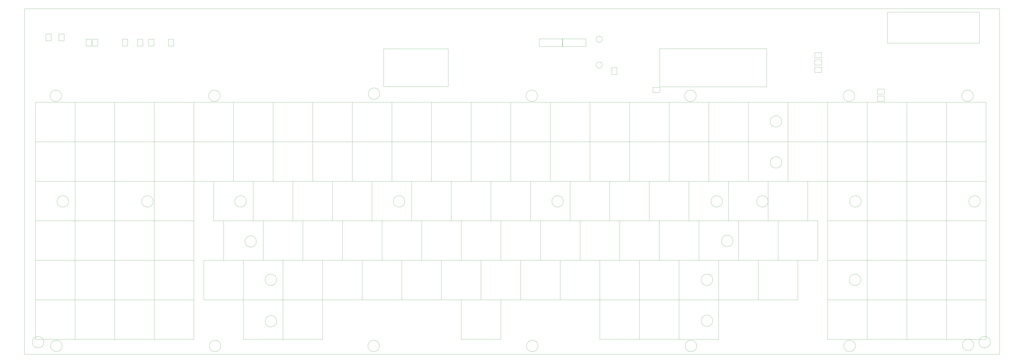
<source format=gbr>
%TF.GenerationSoftware,KiCad,Pcbnew,(6.0.5-0)*%
%TF.CreationDate,2022-06-05T23:28:28-04:00*%
%TF.ProjectId,SpaceCadet,53706163-6543-4616-9465-742e6b696361,rev?*%
%TF.SameCoordinates,Original*%
%TF.FileFunction,Other,User*%
%FSLAX46Y46*%
G04 Gerber Fmt 4.6, Leading zero omitted, Abs format (unit mm)*
G04 Created by KiCad (PCBNEW (6.0.5-0)) date 2022-06-05 23:28:28*
%MOMM*%
%LPD*%
G01*
G04 APERTURE LIST*
%TA.AperFunction,Profile*%
%ADD10C,0.100000*%
%TD*%
%ADD11C,0.050000*%
%ADD12C,0.120000*%
G04 APERTURE END LIST*
D10*
X64250000Y-81300000D02*
X533250000Y-81300000D01*
X533250000Y-81300000D02*
X533250000Y-247900000D01*
X533250000Y-247900000D02*
X64250000Y-247900000D01*
X64250000Y-247900000D02*
X64250000Y-81300000D01*
D11*
%TO.C,REF\u002A\u002A*%
X82350000Y-243900000D02*
G75*
G03*
X82350000Y-243900000I-2750000J0D01*
G01*
D12*
%TO.C,SW91*%
X469525000Y-183525000D02*
X450475000Y-183525000D01*
X450475000Y-183525000D02*
X450475000Y-202575000D01*
X450475000Y-202575000D02*
X469525000Y-202575000D01*
X469525000Y-202575000D02*
X469525000Y-183525000D01*
D11*
%TO.C,REF\u002A\u002A*%
X387300000Y-123300000D02*
G75*
G03*
X387300000Y-123300000I-2750000J0D01*
G01*
D12*
%TO.C,SW73*%
X107575000Y-183525000D02*
X88525000Y-183525000D01*
X88525000Y-183525000D02*
X88525000Y-202575000D01*
X88525000Y-202575000D02*
X107575000Y-202575000D01*
X107575000Y-202575000D02*
X107575000Y-183525000D01*
%TO.C,SW104*%
X264737500Y-202575000D02*
X245687500Y-202575000D01*
X245687500Y-202575000D02*
X245687500Y-221625000D01*
X245687500Y-221625000D02*
X264737500Y-221625000D01*
X264737500Y-221625000D02*
X264737500Y-202575000D01*
%TO.C,SW31*%
X202825000Y-145425000D02*
X183775000Y-145425000D01*
X183775000Y-145425000D02*
X183775000Y-164475000D01*
X183775000Y-164475000D02*
X202825000Y-164475000D01*
X202825000Y-164475000D02*
X202825000Y-145425000D01*
D11*
%TO.C,REF\u002A\u002A*%
X466500000Y-212000000D02*
G75*
G03*
X466500000Y-212000000I-2750000J0D01*
G01*
D12*
%TO.C,SW7*%
X202825000Y-126375000D02*
X183775000Y-126375000D01*
X183775000Y-126375000D02*
X183775000Y-145425000D01*
X183775000Y-145425000D02*
X202825000Y-145425000D01*
X202825000Y-145425000D02*
X202825000Y-126375000D01*
%TO.C,SW112*%
X417137500Y-202575000D02*
X398087500Y-202575000D01*
X398087500Y-202575000D02*
X398087500Y-221625000D01*
X398087500Y-221625000D02*
X417137500Y-221625000D01*
X417137500Y-221625000D02*
X417137500Y-202575000D01*
%TO.C,SW113*%
X436187500Y-202575000D02*
X417137500Y-202575000D01*
X417137500Y-202575000D02*
X417137500Y-221625000D01*
X417137500Y-221625000D02*
X436187500Y-221625000D01*
X436187500Y-221625000D02*
X436187500Y-202575000D01*
%TO.C,SW127*%
X507625000Y-221625000D02*
X488575000Y-221625000D01*
X488575000Y-221625000D02*
X488575000Y-240675000D01*
X488575000Y-240675000D02*
X507625000Y-240675000D01*
X507625000Y-240675000D02*
X507625000Y-221625000D01*
D11*
%TO.C,REF\u002A\u002A*%
X463550000Y-123300000D02*
G75*
G03*
X463550000Y-123300000I-2750000J0D01*
G01*
%TO.C,U2*%
X369753000Y-100553000D02*
X369753000Y-118903000D01*
X421203000Y-118903000D02*
X421203000Y-100553000D01*
X369753000Y-118903000D02*
X421203000Y-118903000D01*
X421203000Y-100553000D02*
X369753000Y-100553000D01*
D12*
%TO.C,SW1*%
X88525000Y-126375000D02*
X69475000Y-126375000D01*
X69475000Y-126375000D02*
X69475000Y-145425000D01*
X69475000Y-145425000D02*
X88525000Y-145425000D01*
X88525000Y-145425000D02*
X88525000Y-126375000D01*
%TO.C,SW10*%
X259975000Y-126375000D02*
X240925000Y-126375000D01*
X240925000Y-126375000D02*
X240925000Y-145425000D01*
X240925000Y-145425000D02*
X259975000Y-145425000D01*
X259975000Y-145425000D02*
X259975000Y-126375000D01*
D11*
%TO.C,REF\u002A\u002A*%
X170900000Y-174200000D02*
G75*
G03*
X170900000Y-174200000I-2750000J0D01*
G01*
D12*
%TO.C,SW59*%
X288550000Y-164475000D02*
X269500000Y-164475000D01*
X269500000Y-164475000D02*
X269500000Y-183525000D01*
X269500000Y-183525000D02*
X288550000Y-183525000D01*
X288550000Y-183525000D02*
X288550000Y-164475000D01*
D11*
%TO.C,J0*%
X479271000Y-97874000D02*
X523521000Y-97874000D01*
X479271000Y-82974000D02*
X479271000Y-97874000D01*
X523521000Y-97874000D02*
X523521000Y-82974000D01*
X523521000Y-82974000D02*
X479271000Y-82974000D01*
D12*
%TO.C,SW98*%
X145675000Y-202575000D02*
X126625000Y-202575000D01*
X126625000Y-202575000D02*
X126625000Y-221625000D01*
X126625000Y-221625000D02*
X145675000Y-221625000D01*
X145675000Y-221625000D02*
X145675000Y-202575000D01*
%TO.C,SW93*%
X507625000Y-183525000D02*
X488575000Y-183525000D01*
X488575000Y-183525000D02*
X488575000Y-202575000D01*
X488575000Y-202575000D02*
X507625000Y-202575000D01*
X507625000Y-202575000D02*
X507625000Y-183525000D01*
D11*
%TO.C,U1*%
X236951000Y-100628000D02*
X236951000Y-118828000D01*
X236951000Y-118828000D02*
X268001000Y-118828000D01*
X268001000Y-100628000D02*
X236951000Y-100628000D01*
X268001000Y-118828000D02*
X268001000Y-100628000D01*
%TO.C,REF\u002A\u002A*%
X82050000Y-123300000D02*
G75*
G03*
X82050000Y-123300000I-2750000J0D01*
G01*
X523950000Y-174200000D02*
G75*
G03*
X523950000Y-174200000I-2750000J0D01*
G01*
D12*
%TO.C,SW119*%
X107575000Y-221625000D02*
X88525000Y-221625000D01*
X88525000Y-221625000D02*
X88525000Y-240675000D01*
X88525000Y-240675000D02*
X107575000Y-240675000D01*
X107575000Y-240675000D02*
X107575000Y-221625000D01*
%TO.C,SW57*%
X250450000Y-164475000D02*
X231400000Y-164475000D01*
X231400000Y-164475000D02*
X231400000Y-183525000D01*
X231400000Y-183525000D02*
X250450000Y-183525000D01*
X250450000Y-183525000D02*
X250450000Y-164475000D01*
%TO.C,SW92*%
X488575000Y-183525000D02*
X469525000Y-183525000D01*
X469525000Y-183525000D02*
X469525000Y-202575000D01*
X469525000Y-202575000D02*
X488575000Y-202575000D01*
X488575000Y-202575000D02*
X488575000Y-183525000D01*
%TO.C,SW83*%
X312362500Y-183525000D02*
X293312500Y-183525000D01*
X293312500Y-183525000D02*
X293312500Y-202575000D01*
X293312500Y-202575000D02*
X312362500Y-202575000D01*
X312362500Y-202575000D02*
X312362500Y-183525000D01*
D11*
%TO.C,J3_2*%
X334266000Y-99463000D02*
X334266000Y-95863000D01*
X334266000Y-95863000D02*
X323066000Y-95863000D01*
X323066000Y-95863000D02*
X323066000Y-99463000D01*
X323066000Y-99463000D02*
X334266000Y-99463000D01*
D12*
%TO.C,SW97*%
X126625000Y-202575000D02*
X107575000Y-202575000D01*
X107575000Y-202575000D02*
X107575000Y-221625000D01*
X107575000Y-221625000D02*
X126625000Y-221625000D01*
X126625000Y-221625000D02*
X126625000Y-202575000D01*
%TO.C,SW76*%
X179012500Y-183525000D02*
X159962500Y-183525000D01*
X159962500Y-183525000D02*
X159962500Y-202575000D01*
X159962500Y-202575000D02*
X179012500Y-202575000D01*
X179012500Y-202575000D02*
X179012500Y-183525000D01*
%TO.C,SW110*%
X379037500Y-202575000D02*
X359987500Y-202575000D01*
X359987500Y-202575000D02*
X359987500Y-221625000D01*
X359987500Y-221625000D02*
X379037500Y-221625000D01*
X379037500Y-221625000D02*
X379037500Y-202575000D01*
D11*
%TO.C,REF\u002A\u002A*%
X421900000Y-174200000D02*
G75*
G03*
X421900000Y-174200000I-2750000J0D01*
G01*
D12*
%TO.C,SW128*%
X526675000Y-221625000D02*
X507625000Y-221625000D01*
X507625000Y-221625000D02*
X507625000Y-240675000D01*
X507625000Y-240675000D02*
X526675000Y-240675000D01*
X526675000Y-240675000D02*
X526675000Y-221625000D01*
%TO.C,SW55*%
X212350000Y-164475000D02*
X193300000Y-164475000D01*
X193300000Y-164475000D02*
X193300000Y-183525000D01*
X193300000Y-183525000D02*
X212350000Y-183525000D01*
X212350000Y-183525000D02*
X212350000Y-164475000D01*
%TO.C,SW5*%
X164725000Y-126375000D02*
X145675000Y-126375000D01*
X145675000Y-126375000D02*
X145675000Y-145425000D01*
X145675000Y-145425000D02*
X164725000Y-145425000D01*
X164725000Y-145425000D02*
X164725000Y-126375000D01*
D11*
%TO.C,JP29*%
X111322800Y-99287600D02*
X111322800Y-95987600D01*
X111322800Y-99287600D02*
X113822800Y-99287600D01*
X113822800Y-95987600D02*
X113822800Y-99287600D01*
X113822800Y-95987600D02*
X111322800Y-95987600D01*
D12*
%TO.C,SW105*%
X283787500Y-202575000D02*
X264737500Y-202575000D01*
X264737500Y-202575000D02*
X264737500Y-221625000D01*
X264737500Y-221625000D02*
X283787500Y-221625000D01*
X283787500Y-221625000D02*
X283787500Y-202575000D01*
%TO.C,SW33*%
X240925000Y-145425000D02*
X221875000Y-145425000D01*
X221875000Y-145425000D02*
X221875000Y-164475000D01*
X221875000Y-164475000D02*
X240925000Y-164475000D01*
X240925000Y-164475000D02*
X240925000Y-145425000D01*
%TO.C,SW86*%
X369512500Y-183525000D02*
X350462500Y-183525000D01*
X350462500Y-183525000D02*
X350462500Y-202575000D01*
X350462500Y-202575000D02*
X369512500Y-202575000D01*
X369512500Y-202575000D02*
X369512500Y-183525000D01*
D11*
%TO.C,REF\u002A\u002A*%
X185500000Y-212000000D02*
G75*
G03*
X185500000Y-212000000I-2750000J0D01*
G01*
D12*
%TO.C,SW61*%
X326650000Y-164475000D02*
X307600000Y-164475000D01*
X307600000Y-164475000D02*
X307600000Y-183525000D01*
X307600000Y-183525000D02*
X326650000Y-183525000D01*
X326650000Y-183525000D02*
X326650000Y-164475000D01*
%TO.C,SW8*%
X221875000Y-126375000D02*
X202825000Y-126375000D01*
X202825000Y-126375000D02*
X202825000Y-145425000D01*
X202825000Y-145425000D02*
X221875000Y-145425000D01*
X221875000Y-145425000D02*
X221875000Y-126375000D01*
%TO.C,SW15*%
X355225000Y-126375000D02*
X336175000Y-126375000D01*
X336175000Y-126375000D02*
X336175000Y-145425000D01*
X336175000Y-145425000D02*
X355225000Y-145425000D01*
X355225000Y-145425000D02*
X355225000Y-126375000D01*
D11*
%TO.C,REF\u002A\u002A*%
X466650000Y-174200000D02*
G75*
G03*
X466650000Y-174200000I-2750000J0D01*
G01*
X342114000Y-108458000D02*
G75*
G03*
X342114000Y-108458000I-1500000J0D01*
G01*
D12*
%TO.C,SW69*%
X488575000Y-164475000D02*
X469525000Y-164475000D01*
X469525000Y-164475000D02*
X469525000Y-183525000D01*
X469525000Y-183525000D02*
X488575000Y-183525000D01*
X488575000Y-183525000D02*
X488575000Y-164475000D01*
%TO.C,SW50*%
X107575000Y-164475000D02*
X88525000Y-164475000D01*
X88525000Y-164475000D02*
X88525000Y-183525000D01*
X88525000Y-183525000D02*
X107575000Y-183525000D01*
X107575000Y-183525000D02*
X107575000Y-164475000D01*
D11*
%TO.C,REF\u002A\u002A*%
X342114000Y-96012000D02*
G75*
G03*
X342114000Y-96012000I-1500000J0D01*
G01*
D12*
%TO.C,SW44*%
X450475000Y-145425000D02*
X431425000Y-145425000D01*
X431425000Y-145425000D02*
X431425000Y-164475000D01*
X431425000Y-164475000D02*
X450475000Y-164475000D01*
X450475000Y-164475000D02*
X450475000Y-145425000D01*
%TO.C,SW115*%
X488575000Y-202575000D02*
X469525000Y-202575000D01*
X469525000Y-202575000D02*
X469525000Y-221625000D01*
X469525000Y-221625000D02*
X488575000Y-221625000D01*
X488575000Y-221625000D02*
X488575000Y-202575000D01*
%TO.C,SW16*%
X374275000Y-126375000D02*
X355225000Y-126375000D01*
X355225000Y-126375000D02*
X355225000Y-145425000D01*
X355225000Y-145425000D02*
X374275000Y-145425000D01*
X374275000Y-145425000D02*
X374275000Y-126375000D01*
D11*
%TO.C,REF\u002A\u002A*%
X85400000Y-174200000D02*
G75*
G03*
X85400000Y-174200000I-2750000J0D01*
G01*
D12*
%TO.C,SW19*%
X431425000Y-126375000D02*
X412375000Y-126375000D01*
X412375000Y-126375000D02*
X412375000Y-145425000D01*
X412375000Y-145425000D02*
X431425000Y-145425000D01*
X431425000Y-145425000D02*
X431425000Y-126375000D01*
%TO.C,SW120*%
X126625000Y-221625000D02*
X107575000Y-221625000D01*
X107575000Y-221625000D02*
X107575000Y-240675000D01*
X107575000Y-240675000D02*
X126625000Y-240675000D01*
X126625000Y-240675000D02*
X126625000Y-221625000D01*
D11*
%TO.C,REF\u002A\u002A*%
X520550000Y-123300000D02*
G75*
G03*
X520550000Y-123300000I-2750000J0D01*
G01*
D12*
%TO.C,SW49*%
X88525000Y-164475000D02*
X69475000Y-164475000D01*
X69475000Y-164475000D02*
X69475000Y-183525000D01*
X69475000Y-183525000D02*
X88525000Y-183525000D01*
X88525000Y-183525000D02*
X88525000Y-164475000D01*
%TO.C,SW70*%
X507625000Y-164475000D02*
X488575000Y-164475000D01*
X488575000Y-164475000D02*
X488575000Y-183525000D01*
X488575000Y-183525000D02*
X507625000Y-183525000D01*
X507625000Y-183525000D02*
X507625000Y-164475000D01*
%TO.C,SW28*%
X145675000Y-145425000D02*
X126625000Y-145425000D01*
X126625000Y-145425000D02*
X126625000Y-164475000D01*
X126625000Y-164475000D02*
X145675000Y-164475000D01*
X145675000Y-164475000D02*
X145675000Y-145425000D01*
D11*
%TO.C,JP30*%
X118638000Y-99287600D02*
X121138000Y-99287600D01*
X121138000Y-95987600D02*
X118638000Y-95987600D01*
X118638000Y-99287600D02*
X118638000Y-95987600D01*
X121138000Y-95987600D02*
X121138000Y-99287600D01*
D12*
%TO.C,SW54*%
X193300000Y-164475000D02*
X174250000Y-164475000D01*
X174250000Y-164475000D02*
X174250000Y-183525000D01*
X174250000Y-183525000D02*
X193300000Y-183525000D01*
X193300000Y-183525000D02*
X193300000Y-164475000D01*
%TO.C,SW67*%
X440950000Y-164475000D02*
X421900000Y-164475000D01*
X421900000Y-164475000D02*
X421900000Y-183525000D01*
X421900000Y-183525000D02*
X440950000Y-183525000D01*
X440950000Y-183525000D02*
X440950000Y-164475000D01*
D11*
%TO.C,JP19*%
X366471600Y-119184000D02*
X366471600Y-121684000D01*
X369771600Y-121684000D02*
X369771600Y-119184000D01*
X369771600Y-121684000D02*
X366471600Y-121684000D01*
X366471600Y-119184000D02*
X369771600Y-119184000D01*
D12*
%TO.C,SW56*%
X231400000Y-164475000D02*
X212350000Y-164475000D01*
X212350000Y-164475000D02*
X212350000Y-183525000D01*
X212350000Y-183525000D02*
X231400000Y-183525000D01*
X231400000Y-183525000D02*
X231400000Y-164475000D01*
%TO.C,SW89*%
X426662500Y-183525000D02*
X407612500Y-183525000D01*
X407612500Y-183525000D02*
X407612500Y-202575000D01*
X407612500Y-202575000D02*
X426662500Y-202575000D01*
X426662500Y-202575000D02*
X426662500Y-183525000D01*
%TO.C,SW48*%
X526675000Y-145425000D02*
X507625000Y-145425000D01*
X507625000Y-145425000D02*
X507625000Y-164475000D01*
X507625000Y-164475000D02*
X526675000Y-164475000D01*
X526675000Y-164475000D02*
X526675000Y-145425000D01*
%TO.C,SW122*%
X188537500Y-221625000D02*
X169487500Y-221625000D01*
X169487500Y-221625000D02*
X169487500Y-240675000D01*
X169487500Y-240675000D02*
X188537500Y-240675000D01*
X188537500Y-240675000D02*
X188537500Y-221625000D01*
%TO.C,SW84*%
X331412500Y-183525000D02*
X312362500Y-183525000D01*
X312362500Y-183525000D02*
X312362500Y-202575000D01*
X312362500Y-202575000D02*
X331412500Y-202575000D01*
X331412500Y-202575000D02*
X331412500Y-183525000D01*
D11*
%TO.C,JP22*%
X444346600Y-102484000D02*
X447646600Y-102484000D01*
X447646600Y-104984000D02*
X444346600Y-104984000D01*
X447646600Y-104984000D02*
X447646600Y-102484000D01*
X444346600Y-102484000D02*
X444346600Y-104984000D01*
D12*
%TO.C,SW123*%
X293312500Y-221625000D02*
X274262500Y-221625000D01*
X274262500Y-221625000D02*
X274262500Y-240675000D01*
X274262500Y-240675000D02*
X293312500Y-240675000D01*
X293312500Y-240675000D02*
X293312500Y-221625000D01*
%TO.C,SW62*%
X345700000Y-164475000D02*
X326650000Y-164475000D01*
X326650000Y-164475000D02*
X326650000Y-183525000D01*
X326650000Y-183525000D02*
X345700000Y-183525000D01*
X345700000Y-183525000D02*
X345700000Y-164475000D01*
%TO.C,SW100*%
X188537500Y-202575000D02*
X169487500Y-202575000D01*
X169487500Y-202575000D02*
X169487500Y-221625000D01*
X169487500Y-221625000D02*
X188537500Y-221625000D01*
X188537500Y-221625000D02*
X188537500Y-202575000D01*
%TO.C,SW22*%
X488575000Y-126375000D02*
X469525000Y-126375000D01*
X469525000Y-126375000D02*
X469525000Y-145425000D01*
X469525000Y-145425000D02*
X488575000Y-145425000D01*
X488575000Y-145425000D02*
X488575000Y-126375000D01*
%TO.C,SW116*%
X507625000Y-202575000D02*
X488575000Y-202575000D01*
X488575000Y-202575000D02*
X488575000Y-221625000D01*
X488575000Y-221625000D02*
X507625000Y-221625000D01*
X507625000Y-221625000D02*
X507625000Y-202575000D01*
%TO.C,SW32*%
X221875000Y-145425000D02*
X202825000Y-145425000D01*
X202825000Y-145425000D02*
X202825000Y-164475000D01*
X202825000Y-164475000D02*
X221875000Y-164475000D01*
X221875000Y-164475000D02*
X221875000Y-145425000D01*
%TO.C,SW51*%
X126625000Y-164475000D02*
X107575000Y-164475000D01*
X107575000Y-164475000D02*
X107575000Y-183525000D01*
X107575000Y-183525000D02*
X126625000Y-183525000D01*
X126625000Y-183525000D02*
X126625000Y-164475000D01*
D11*
%TO.C,JP20*%
X444346600Y-109509000D02*
X447646600Y-109509000D01*
X447646600Y-112009000D02*
X447646600Y-109509000D01*
X444346600Y-109509000D02*
X444346600Y-112009000D01*
X447646600Y-112009000D02*
X444346600Y-112009000D01*
D12*
%TO.C,SW24*%
X526675000Y-126375000D02*
X507625000Y-126375000D01*
X507625000Y-126375000D02*
X507625000Y-145425000D01*
X507625000Y-145425000D02*
X526675000Y-145425000D01*
X526675000Y-145425000D02*
X526675000Y-126375000D01*
%TO.C,SW14*%
X336175034Y-126375008D02*
X317125034Y-126375008D01*
X317125034Y-126375008D02*
X317125034Y-145425008D01*
X317125034Y-145425008D02*
X336175034Y-145425008D01*
X336175034Y-145425008D02*
X336175034Y-126375008D01*
%TO.C,SW40*%
X374275000Y-145425000D02*
X355225000Y-145425000D01*
X355225000Y-145425000D02*
X355225000Y-164475000D01*
X355225000Y-164475000D02*
X374275000Y-164475000D01*
X374275000Y-164475000D02*
X374275000Y-145425000D01*
%TO.C,SW64*%
X383800000Y-164475000D02*
X364750000Y-164475000D01*
X364750000Y-164475000D02*
X364750000Y-183525000D01*
X364750000Y-183525000D02*
X383800000Y-183525000D01*
X383800000Y-183525000D02*
X383800000Y-164475000D01*
%TO.C,SW95*%
X88525000Y-202575000D02*
X69475000Y-202575000D01*
X69475000Y-202575000D02*
X69475000Y-221625000D01*
X69475000Y-221625000D02*
X88525000Y-221625000D01*
X88525000Y-221625000D02*
X88525000Y-202575000D01*
%TO.C,SW82*%
X293312500Y-183525000D02*
X274262500Y-183525000D01*
X274262500Y-183525000D02*
X274262500Y-202575000D01*
X274262500Y-202575000D02*
X293312500Y-202575000D01*
X293312500Y-202575000D02*
X293312500Y-183525000D01*
%TO.C,SW17*%
X393325000Y-126375000D02*
X374275000Y-126375000D01*
X374275000Y-126375000D02*
X374275000Y-145425000D01*
X374275000Y-145425000D02*
X393325000Y-145425000D01*
X393325000Y-145425000D02*
X393325000Y-126375000D01*
D11*
%TO.C,REF\u002A\u002A*%
X73550000Y-242100000D02*
G75*
G03*
X73550000Y-242100000I-2750000J0D01*
G01*
D12*
%TO.C,SW87*%
X388562500Y-183525000D02*
X369512500Y-183525000D01*
X369512500Y-183525000D02*
X369512500Y-202575000D01*
X369512500Y-202575000D02*
X388562500Y-202575000D01*
X388562500Y-202575000D02*
X388562500Y-183525000D01*
D11*
%TO.C,JP26*%
X83292000Y-93484600D02*
X83292000Y-96784600D01*
X80792000Y-96784600D02*
X80792000Y-93484600D01*
X83292000Y-93484600D02*
X80792000Y-93484600D01*
X80792000Y-96784600D02*
X83292000Y-96784600D01*
%TO.C,REF\u002A\u002A*%
X158650000Y-243900000D02*
G75*
G03*
X158650000Y-243900000I-2750000J0D01*
G01*
D12*
%TO.C,SW99*%
X169487500Y-202575000D02*
X150437500Y-202575000D01*
X150437500Y-202575000D02*
X150437500Y-221625000D01*
X150437500Y-221625000D02*
X169487500Y-221625000D01*
X169487500Y-221625000D02*
X169487500Y-202575000D01*
%TO.C,SW124*%
X379037500Y-221625000D02*
X359987500Y-221625000D01*
X359987500Y-221625000D02*
X359987500Y-240675000D01*
X359987500Y-240675000D02*
X379037500Y-240675000D01*
X379037500Y-240675000D02*
X379037500Y-221625000D01*
%TO.C,SW88*%
X407612500Y-183525000D02*
X388562500Y-183525000D01*
X388562500Y-183525000D02*
X388562500Y-202575000D01*
X388562500Y-202575000D02*
X407612500Y-202575000D01*
X407612500Y-202575000D02*
X407612500Y-183525000D01*
%TO.C,SW90*%
X445712500Y-183525000D02*
X426662500Y-183525000D01*
X426662500Y-183525000D02*
X426662500Y-202575000D01*
X426662500Y-202575000D02*
X445712500Y-202575000D01*
X445712500Y-202575000D02*
X445712500Y-183525000D01*
D11*
%TO.C,REF\u002A\u002A*%
X428450000Y-135650000D02*
G75*
G03*
X428450000Y-135650000I-2750000J0D01*
G01*
X311250000Y-243900000D02*
G75*
G03*
X311250000Y-243900000I-2750000J0D01*
G01*
X520850000Y-243400000D02*
G75*
G03*
X520850000Y-243400000I-2750000J0D01*
G01*
D12*
%TO.C,SW107*%
X321887500Y-202575000D02*
X302837500Y-202575000D01*
X302837500Y-202575000D02*
X302837500Y-221625000D01*
X302837500Y-221625000D02*
X321887500Y-221625000D01*
X321887500Y-221625000D02*
X321887500Y-202575000D01*
%TO.C,SW101*%
X207587500Y-202575000D02*
X188537500Y-202575000D01*
X188537500Y-202575000D02*
X188537500Y-221625000D01*
X188537500Y-221625000D02*
X207587500Y-221625000D01*
X207587500Y-221625000D02*
X207587500Y-202575000D01*
%TO.C,SW46*%
X488575000Y-145425000D02*
X469525000Y-145425000D01*
X469525000Y-145425000D02*
X469525000Y-164475000D01*
X469525000Y-164475000D02*
X488575000Y-164475000D01*
X488575000Y-164475000D02*
X488575000Y-145425000D01*
%TO.C,SW109*%
X359987500Y-202575000D02*
X340937500Y-202575000D01*
X340937500Y-202575000D02*
X340937500Y-221625000D01*
X340937500Y-221625000D02*
X359987500Y-221625000D01*
X359987500Y-221625000D02*
X359987500Y-202575000D01*
%TO.C,SW66*%
X421900000Y-164475000D02*
X402850000Y-164475000D01*
X402850000Y-164475000D02*
X402850000Y-183525000D01*
X402850000Y-183525000D02*
X421900000Y-183525000D01*
X421900000Y-183525000D02*
X421900000Y-164475000D01*
%TO.C,SW79*%
X236162500Y-183525000D02*
X217112500Y-183525000D01*
X217112500Y-183525000D02*
X217112500Y-202575000D01*
X217112500Y-202575000D02*
X236162500Y-202575000D01*
X236162500Y-202575000D02*
X236162500Y-183525000D01*
%TO.C,SW102*%
X226637500Y-202575000D02*
X207587500Y-202575000D01*
X207587500Y-202575000D02*
X207587500Y-221625000D01*
X207587500Y-221625000D02*
X226637500Y-221625000D01*
X226637500Y-221625000D02*
X226637500Y-202575000D01*
%TO.C,SW85*%
X350462500Y-183525000D02*
X331412500Y-183525000D01*
X331412500Y-183525000D02*
X331412500Y-202575000D01*
X331412500Y-202575000D02*
X350462500Y-202575000D01*
X350462500Y-202575000D02*
X350462500Y-183525000D01*
%TO.C,SW121*%
X145675000Y-221625000D02*
X126625000Y-221625000D01*
X126625000Y-221625000D02*
X126625000Y-240675000D01*
X126625000Y-240675000D02*
X145675000Y-240675000D01*
X145675000Y-240675000D02*
X145675000Y-221625000D01*
%TO.C,SW52*%
X145675000Y-164475000D02*
X126625000Y-164475000D01*
X126625000Y-164475000D02*
X126625000Y-183525000D01*
X126625000Y-183525000D02*
X145675000Y-183525000D01*
X145675000Y-183525000D02*
X145675000Y-164475000D01*
%TO.C,SW23*%
X507625000Y-126375000D02*
X488575000Y-126375000D01*
X488575000Y-126375000D02*
X488575000Y-145425000D01*
X488575000Y-145425000D02*
X507625000Y-145425000D01*
X507625000Y-145425000D02*
X507625000Y-126375000D01*
%TO.C,SW21*%
X469525000Y-126375000D02*
X450475000Y-126375000D01*
X450475000Y-126375000D02*
X450475000Y-145425000D01*
X450475000Y-145425000D02*
X469525000Y-145425000D01*
X469525000Y-145425000D02*
X469525000Y-126375000D01*
D11*
%TO.C,REF\u002A\u002A*%
X528800000Y-242100000D02*
G75*
G03*
X528800000Y-242100000I-2750000J0D01*
G01*
D12*
%TO.C,SW68*%
X469525000Y-164475000D02*
X450475000Y-164475000D01*
X450475000Y-164475000D02*
X450475000Y-183525000D01*
X450475000Y-183525000D02*
X469525000Y-183525000D01*
X469525000Y-183525000D02*
X469525000Y-164475000D01*
D11*
%TO.C,REF\u002A\u002A*%
X405000000Y-193250000D02*
G75*
G03*
X405000000Y-193250000I-2750000J0D01*
G01*
%TO.C,J3_1*%
X322973000Y-99463000D02*
X322973000Y-95863000D01*
X311773000Y-99463000D02*
X322973000Y-99463000D01*
X322973000Y-95863000D02*
X311773000Y-95863000D01*
X311773000Y-95863000D02*
X311773000Y-99463000D01*
D12*
%TO.C,SW12*%
X298075000Y-126375000D02*
X279025000Y-126375000D01*
X279025000Y-126375000D02*
X279025000Y-145425000D01*
X279025000Y-145425000D02*
X298075000Y-145425000D01*
X298075000Y-145425000D02*
X298075000Y-126375000D01*
%TO.C,SW96*%
X107575000Y-202575000D02*
X88525000Y-202575000D01*
X88525000Y-202575000D02*
X88525000Y-221625000D01*
X88525000Y-221625000D02*
X107575000Y-221625000D01*
X107575000Y-221625000D02*
X107575000Y-202575000D01*
D11*
%TO.C,REF\u002A\u002A*%
X235125000Y-122250000D02*
G75*
G03*
X235125000Y-122250000I-2750000J0D01*
G01*
D12*
%TO.C,SW34*%
X259975000Y-145425000D02*
X240925000Y-145425000D01*
X240925000Y-145425000D02*
X240925000Y-164475000D01*
X240925000Y-164475000D02*
X259975000Y-164475000D01*
X259975000Y-164475000D02*
X259975000Y-145425000D01*
%TO.C,SW42*%
X412375000Y-145425000D02*
X393325000Y-145425000D01*
X393325000Y-145425000D02*
X393325000Y-164475000D01*
X393325000Y-164475000D02*
X412375000Y-164475000D01*
X412375000Y-164475000D02*
X412375000Y-145425000D01*
%TO.C,SW80*%
X255212500Y-183525000D02*
X236162500Y-183525000D01*
X236162500Y-183525000D02*
X236162500Y-202575000D01*
X236162500Y-202575000D02*
X255212500Y-202575000D01*
X255212500Y-202575000D02*
X255212500Y-183525000D01*
D11*
%TO.C,JP28*%
X99446400Y-95987600D02*
X99446400Y-99287600D01*
X96946400Y-99287600D02*
X99446400Y-99287600D01*
X96946400Y-99287600D02*
X96946400Y-95987600D01*
X99446400Y-95987600D02*
X96946400Y-95987600D01*
D12*
%TO.C,SW6*%
X183775000Y-126375000D02*
X164725000Y-126375000D01*
X164725000Y-126375000D02*
X164725000Y-145425000D01*
X164725000Y-145425000D02*
X183775000Y-145425000D01*
X183775000Y-145425000D02*
X183775000Y-126375000D01*
%TO.C,SW118*%
X88525000Y-221625000D02*
X69475000Y-221625000D01*
X69475000Y-221625000D02*
X69475000Y-240675000D01*
X69475000Y-240675000D02*
X88525000Y-240675000D01*
X88525000Y-240675000D02*
X88525000Y-221625000D01*
%TO.C,SW74*%
X126625000Y-183525000D02*
X107575000Y-183525000D01*
X107575000Y-183525000D02*
X107575000Y-202575000D01*
X107575000Y-202575000D02*
X126625000Y-202575000D01*
X126625000Y-202575000D02*
X126625000Y-183525000D01*
%TO.C,SW4*%
X145675000Y-126375000D02*
X126625000Y-126375000D01*
X126625000Y-126375000D02*
X126625000Y-145425000D01*
X126625000Y-145425000D02*
X145675000Y-145425000D01*
X145675000Y-145425000D02*
X145675000Y-126375000D01*
%TO.C,SW45*%
X469525000Y-145425000D02*
X450475000Y-145425000D01*
X450475000Y-145425000D02*
X450475000Y-164475000D01*
X450475000Y-164475000D02*
X469525000Y-164475000D01*
X469525000Y-164475000D02*
X469525000Y-145425000D01*
%TO.C,SW43*%
X431425000Y-145425000D02*
X412375000Y-145425000D01*
X412375000Y-145425000D02*
X412375000Y-164475000D01*
X412375000Y-164475000D02*
X431425000Y-164475000D01*
X431425000Y-164475000D02*
X431425000Y-145425000D01*
D11*
%TO.C,REF\u002A\u002A*%
X323400000Y-174200000D02*
G75*
G03*
X323400000Y-174200000I-2750000J0D01*
G01*
X234950000Y-243900000D02*
G75*
G03*
X234950000Y-243900000I-2750000J0D01*
G01*
X387550000Y-243900000D02*
G75*
G03*
X387550000Y-243900000I-2750000J0D01*
G01*
%TO.C,JP21*%
X447646600Y-108425000D02*
X447646600Y-105925000D01*
X444346600Y-105925000D02*
X447646600Y-105925000D01*
X444346600Y-105925000D02*
X444346600Y-108425000D01*
X447646600Y-108425000D02*
X444346600Y-108425000D01*
D12*
%TO.C,SW103*%
X245687500Y-202575000D02*
X226637500Y-202575000D01*
X226637500Y-202575000D02*
X226637500Y-221625000D01*
X226637500Y-221625000D02*
X245687500Y-221625000D01*
X245687500Y-221625000D02*
X245687500Y-202575000D01*
%TO.C,SW20*%
X450475000Y-126375000D02*
X431425000Y-126375000D01*
X431425000Y-126375000D02*
X431425000Y-145425000D01*
X431425000Y-145425000D02*
X450475000Y-145425000D01*
X450475000Y-145425000D02*
X450475000Y-126375000D01*
D11*
%TO.C,REF\u002A\u002A*%
X158362500Y-123300000D02*
G75*
G03*
X158362500Y-123300000I-2750000J0D01*
G01*
X399950000Y-174200000D02*
G75*
G03*
X399950000Y-174200000I-2750000J0D01*
G01*
D12*
%TO.C,SW13*%
X317125000Y-126375000D02*
X298075000Y-126375000D01*
X298075000Y-126375000D02*
X298075000Y-145425000D01*
X298075000Y-145425000D02*
X317125000Y-145425000D01*
X317125000Y-145425000D02*
X317125000Y-126375000D01*
%TO.C,SW30*%
X183775000Y-145425000D02*
X164725000Y-145425000D01*
X164725000Y-145425000D02*
X164725000Y-164475000D01*
X164725000Y-164475000D02*
X183775000Y-164475000D01*
X183775000Y-164475000D02*
X183775000Y-145425000D01*
%TO.C,SW58*%
X269500000Y-164475000D02*
X250450000Y-164475000D01*
X250450000Y-164475000D02*
X250450000Y-183525000D01*
X250450000Y-183525000D02*
X269500000Y-183525000D01*
X269500000Y-183525000D02*
X269500000Y-164475000D01*
D11*
%TO.C,REF\u002A\u002A*%
X126150000Y-174200000D02*
G75*
G03*
X126150000Y-174200000I-2750000J0D01*
G01*
D12*
%TO.C,SW78*%
X217112500Y-183525000D02*
X198062500Y-183525000D01*
X198062500Y-183525000D02*
X198062500Y-202575000D01*
X198062500Y-202575000D02*
X217112500Y-202575000D01*
X217112500Y-202575000D02*
X217112500Y-183525000D01*
%TO.C,SW123a0*%
X359987500Y-221625000D02*
X340937500Y-221625000D01*
X340937500Y-221625000D02*
X340937500Y-240675000D01*
X340937500Y-240675000D02*
X359987500Y-240675000D01*
X359987500Y-240675000D02*
X359987500Y-221625000D01*
%TO.C,SW125*%
X469525000Y-221625000D02*
X450475000Y-221625000D01*
X450475000Y-221625000D02*
X450475000Y-240675000D01*
X450475000Y-240675000D02*
X469525000Y-240675000D01*
X469525000Y-240675000D02*
X469525000Y-221625000D01*
%TO.C,SW37*%
X317125000Y-145425000D02*
X298075000Y-145425000D01*
X298075000Y-145425000D02*
X298075000Y-164475000D01*
X298075000Y-164475000D02*
X317125000Y-164475000D01*
X317125000Y-164475000D02*
X317125000Y-145425000D01*
%TO.C,SW122a0*%
X207587500Y-221625000D02*
X188537500Y-221625000D01*
X188537500Y-221625000D02*
X188537500Y-240675000D01*
X188537500Y-240675000D02*
X207587500Y-240675000D01*
X207587500Y-240675000D02*
X207587500Y-221625000D01*
D11*
%TO.C,REF\u002A\u002A*%
X175750000Y-193500000D02*
G75*
G03*
X175750000Y-193500000I-2750000J0D01*
G01*
D12*
%TO.C,SW81*%
X274262500Y-183525000D02*
X255212500Y-183525000D01*
X255212500Y-183525000D02*
X255212500Y-202575000D01*
X255212500Y-202575000D02*
X274262500Y-202575000D01*
X274262500Y-202575000D02*
X274262500Y-183525000D01*
%TO.C,SW39*%
X355225000Y-145425000D02*
X336175000Y-145425000D01*
X336175000Y-145425000D02*
X336175000Y-164475000D01*
X336175000Y-164475000D02*
X355225000Y-164475000D01*
X355225000Y-164475000D02*
X355225000Y-145425000D01*
%TO.C,SW72*%
X88525000Y-183525000D02*
X69475000Y-183525000D01*
X69475000Y-183525000D02*
X69475000Y-202575000D01*
X69475000Y-202575000D02*
X88525000Y-202575000D01*
X88525000Y-202575000D02*
X88525000Y-183525000D01*
D11*
%TO.C,JP31*%
X123972000Y-99287600D02*
X126472000Y-99287600D01*
X123972000Y-99287600D02*
X123972000Y-95987600D01*
X126472000Y-95987600D02*
X126472000Y-99287600D01*
X126472000Y-95987600D02*
X123972000Y-95987600D01*
D12*
%TO.C,SW3*%
X126625000Y-126375000D02*
X107575000Y-126375000D01*
X107575000Y-126375000D02*
X107575000Y-145425000D01*
X107575000Y-145425000D02*
X126625000Y-145425000D01*
X126625000Y-145425000D02*
X126625000Y-126375000D01*
%TO.C,SW27*%
X126625000Y-145425000D02*
X107575000Y-145425000D01*
X107575000Y-145425000D02*
X107575000Y-164475000D01*
X107575000Y-164475000D02*
X126625000Y-164475000D01*
X126625000Y-164475000D02*
X126625000Y-145425000D01*
%TO.C,SW94*%
X526675000Y-183525000D02*
X507625000Y-183525000D01*
X507625000Y-183525000D02*
X507625000Y-202575000D01*
X507625000Y-202575000D02*
X526675000Y-202575000D01*
X526675000Y-202575000D02*
X526675000Y-183525000D01*
%TO.C,SW117*%
X526675000Y-202575000D02*
X507625000Y-202575000D01*
X507625000Y-202575000D02*
X507625000Y-221625000D01*
X507625000Y-221625000D02*
X526675000Y-221625000D01*
X526675000Y-221625000D02*
X526675000Y-202575000D01*
%TO.C,SW26*%
X107575000Y-145425000D02*
X88525000Y-145425000D01*
X88525000Y-145425000D02*
X88525000Y-164475000D01*
X88525000Y-164475000D02*
X107575000Y-164475000D01*
X107575000Y-164475000D02*
X107575000Y-145425000D01*
%TO.C,SW18*%
X412375000Y-126375000D02*
X393325000Y-126375000D01*
X393325000Y-126375000D02*
X393325000Y-145425000D01*
X393325000Y-145425000D02*
X412375000Y-145425000D01*
X412375000Y-145425000D02*
X412375000Y-126375000D01*
D11*
%TO.C,JP27*%
X93898400Y-99287600D02*
X93898400Y-95987600D01*
X93898400Y-99287600D02*
X96398400Y-99287600D01*
X96398400Y-95987600D02*
X96398400Y-99287600D01*
X96398400Y-95987600D02*
X93898400Y-95987600D01*
D12*
%TO.C,SW53*%
X174250000Y-164475000D02*
X155200000Y-164475000D01*
X155200000Y-164475000D02*
X155200000Y-183525000D01*
X155200000Y-183525000D02*
X174250000Y-183525000D01*
X174250000Y-183525000D02*
X174250000Y-164475000D01*
%TO.C,SW124a0*%
X398087500Y-221625000D02*
X379037500Y-221625000D01*
X379037500Y-221625000D02*
X379037500Y-240675000D01*
X379037500Y-240675000D02*
X398087500Y-240675000D01*
X398087500Y-240675000D02*
X398087500Y-221625000D01*
D11*
%TO.C,REF\u002A\u002A*%
X395250000Y-212000000D02*
G75*
G03*
X395250000Y-212000000I-2750000J0D01*
G01*
D12*
%TO.C,SW60*%
X307600000Y-164475000D02*
X288550000Y-164475000D01*
X288550000Y-164475000D02*
X288550000Y-183525000D01*
X288550000Y-183525000D02*
X307600000Y-183525000D01*
X307600000Y-183525000D02*
X307600000Y-164475000D01*
%TO.C,SW29*%
X164725000Y-145425000D02*
X145675000Y-145425000D01*
X145675000Y-145425000D02*
X145675000Y-164475000D01*
X145675000Y-164475000D02*
X164725000Y-164475000D01*
X164725000Y-164475000D02*
X164725000Y-145425000D01*
%TO.C,SW126*%
X488575000Y-221625000D02*
X469525000Y-221625000D01*
X469525000Y-221625000D02*
X469525000Y-240675000D01*
X469525000Y-240675000D02*
X488575000Y-240675000D01*
X488575000Y-240675000D02*
X488575000Y-221625000D01*
%TO.C,SW71*%
X526675000Y-164475000D02*
X507625000Y-164475000D01*
X507625000Y-164475000D02*
X507625000Y-183525000D01*
X507625000Y-183525000D02*
X526675000Y-183525000D01*
X526675000Y-183525000D02*
X526675000Y-164475000D01*
%TO.C,SW111*%
X398087500Y-202575000D02*
X379037500Y-202575000D01*
X379037500Y-202575000D02*
X379037500Y-221625000D01*
X379037500Y-221625000D02*
X398087500Y-221625000D01*
X398087500Y-221625000D02*
X398087500Y-202575000D01*
%TO.C,SW9*%
X240925000Y-126375000D02*
X221875000Y-126375000D01*
X221875000Y-126375000D02*
X221875000Y-145425000D01*
X221875000Y-145425000D02*
X240925000Y-145425000D01*
X240925000Y-145425000D02*
X240925000Y-126375000D01*
%TO.C,SW2*%
X107575000Y-126375000D02*
X88525000Y-126375000D01*
X88525000Y-126375000D02*
X88525000Y-145425000D01*
X88525000Y-145425000D02*
X107575000Y-145425000D01*
X107575000Y-145425000D02*
X107575000Y-126375000D01*
%TO.C,SW77*%
X198062500Y-183525000D02*
X179012500Y-183525000D01*
X179012500Y-183525000D02*
X179012500Y-202575000D01*
X179012500Y-202575000D02*
X198062500Y-202575000D01*
X198062500Y-202575000D02*
X198062500Y-183525000D01*
%TO.C,SW36*%
X298075000Y-145425000D02*
X279025000Y-145425000D01*
X279025000Y-145425000D02*
X279025000Y-164475000D01*
X279025000Y-164475000D02*
X298075000Y-164475000D01*
X298075000Y-164475000D02*
X298075000Y-145425000D01*
%TO.C,SW75*%
X145675000Y-183525000D02*
X126625000Y-183525000D01*
X126625000Y-183525000D02*
X126625000Y-202575000D01*
X126625000Y-202575000D02*
X145675000Y-202575000D01*
X145675000Y-202575000D02*
X145675000Y-183525000D01*
D11*
%TO.C,REF\u002A\u002A*%
X185500000Y-232000000D02*
G75*
G03*
X185500000Y-232000000I-2750000J0D01*
G01*
X463850000Y-243900000D02*
G75*
G03*
X463850000Y-243900000I-2750000J0D01*
G01*
X428450000Y-155400000D02*
G75*
G03*
X428450000Y-155400000I-2750000J0D01*
G01*
D12*
%TO.C,SW47*%
X507625000Y-145425000D02*
X488575000Y-145425000D01*
X488575000Y-145425000D02*
X488575000Y-164475000D01*
X488575000Y-164475000D02*
X507625000Y-164475000D01*
X507625000Y-164475000D02*
X507625000Y-145425000D01*
%TO.C,SW25*%
X88525000Y-145425000D02*
X69475000Y-145425000D01*
X69475000Y-145425000D02*
X69475000Y-164475000D01*
X69475000Y-164475000D02*
X88525000Y-164475000D01*
X88525000Y-164475000D02*
X88525000Y-145425000D01*
D11*
%TO.C,JP23*%
X477725000Y-125875000D02*
X477725000Y-123375000D01*
X474425000Y-123375000D02*
X477725000Y-123375000D01*
X477725000Y-125875000D02*
X474425000Y-125875000D01*
X474425000Y-123375000D02*
X474425000Y-125875000D01*
%TO.C,JP25*%
X74492800Y-96784600D02*
X74492800Y-93484600D01*
X76992800Y-93484600D02*
X76992800Y-96784600D01*
X74492800Y-96784600D02*
X76992800Y-96784600D01*
X76992800Y-93484600D02*
X74492800Y-93484600D01*
D12*
%TO.C,SW38*%
X336175000Y-145425000D02*
X317125000Y-145425000D01*
X317125000Y-145425000D02*
X317125000Y-164475000D01*
X317125000Y-164475000D02*
X336175000Y-164475000D01*
X336175000Y-164475000D02*
X336175000Y-145425000D01*
D11*
%TO.C,JP32*%
X135920800Y-95987600D02*
X133420800Y-95987600D01*
X135920800Y-95987600D02*
X135920800Y-99287600D01*
X133420800Y-99287600D02*
X133420800Y-95987600D01*
X133420800Y-99287600D02*
X135920800Y-99287600D01*
%TO.C,JP18*%
X349175000Y-109700000D02*
X346675000Y-109700000D01*
X349175000Y-109700000D02*
X349175000Y-113000000D01*
X346675000Y-113000000D02*
X346675000Y-109700000D01*
X346675000Y-113000000D02*
X349175000Y-113000000D01*
%TO.C,REF\u002A\u002A*%
X395250000Y-231750000D02*
G75*
G03*
X395250000Y-231750000I-2750000J0D01*
G01*
D12*
%TO.C,SW108*%
X340937500Y-202575000D02*
X321887500Y-202575000D01*
X321887500Y-202575000D02*
X321887500Y-221625000D01*
X321887500Y-221625000D02*
X340937500Y-221625000D01*
X340937500Y-221625000D02*
X340937500Y-202575000D01*
%TO.C,SW65*%
X402850000Y-164475000D02*
X383800000Y-164475000D01*
X383800000Y-164475000D02*
X383800000Y-183525000D01*
X383800000Y-183525000D02*
X402850000Y-183525000D01*
X402850000Y-183525000D02*
X402850000Y-164475000D01*
%TO.C,SW41*%
X393325000Y-145425000D02*
X374275000Y-145425000D01*
X374275000Y-145425000D02*
X374275000Y-164475000D01*
X374275000Y-164475000D02*
X393325000Y-164475000D01*
X393325000Y-164475000D02*
X393325000Y-145425000D01*
D11*
%TO.C,REF\u002A\u002A*%
X247150000Y-174200000D02*
G75*
G03*
X247150000Y-174200000I-2750000J0D01*
G01*
D12*
%TO.C,SW114*%
X469525000Y-202575000D02*
X450475000Y-202575000D01*
X450475000Y-202575000D02*
X450475000Y-221625000D01*
X450475000Y-221625000D02*
X469525000Y-221625000D01*
X469525000Y-221625000D02*
X469525000Y-202575000D01*
D11*
%TO.C,REF\u002A\u002A*%
X310987500Y-123300000D02*
G75*
G03*
X310987500Y-123300000I-2750000J0D01*
G01*
D12*
%TO.C,SW106*%
X302837500Y-202575000D02*
X283787500Y-202575000D01*
X283787500Y-202575000D02*
X283787500Y-221625000D01*
X283787500Y-221625000D02*
X302837500Y-221625000D01*
X302837500Y-221625000D02*
X302837500Y-202575000D01*
D11*
%TO.C,JP24*%
X474425000Y-120000000D02*
X474425000Y-122500000D01*
X477725000Y-122500000D02*
X474425000Y-122500000D01*
X477725000Y-122500000D02*
X477725000Y-120000000D01*
X474425000Y-120000000D02*
X477725000Y-120000000D01*
D12*
%TO.C,SW11*%
X279025000Y-126375000D02*
X259975000Y-126375000D01*
X259975000Y-126375000D02*
X259975000Y-145425000D01*
X259975000Y-145425000D02*
X279025000Y-145425000D01*
X279025000Y-145425000D02*
X279025000Y-126375000D01*
%TO.C,SW63*%
X364750000Y-164475000D02*
X345700000Y-164475000D01*
X345700000Y-164475000D02*
X345700000Y-183525000D01*
X345700000Y-183525000D02*
X364750000Y-183525000D01*
X364750000Y-183525000D02*
X364750000Y-164475000D01*
%TO.C,SW35*%
X279025000Y-145425000D02*
X259975000Y-145425000D01*
X259975000Y-145425000D02*
X259975000Y-164475000D01*
X259975000Y-164475000D02*
X279025000Y-164475000D01*
X279025000Y-164475000D02*
X279025000Y-145425000D01*
%TD*%
M02*

</source>
